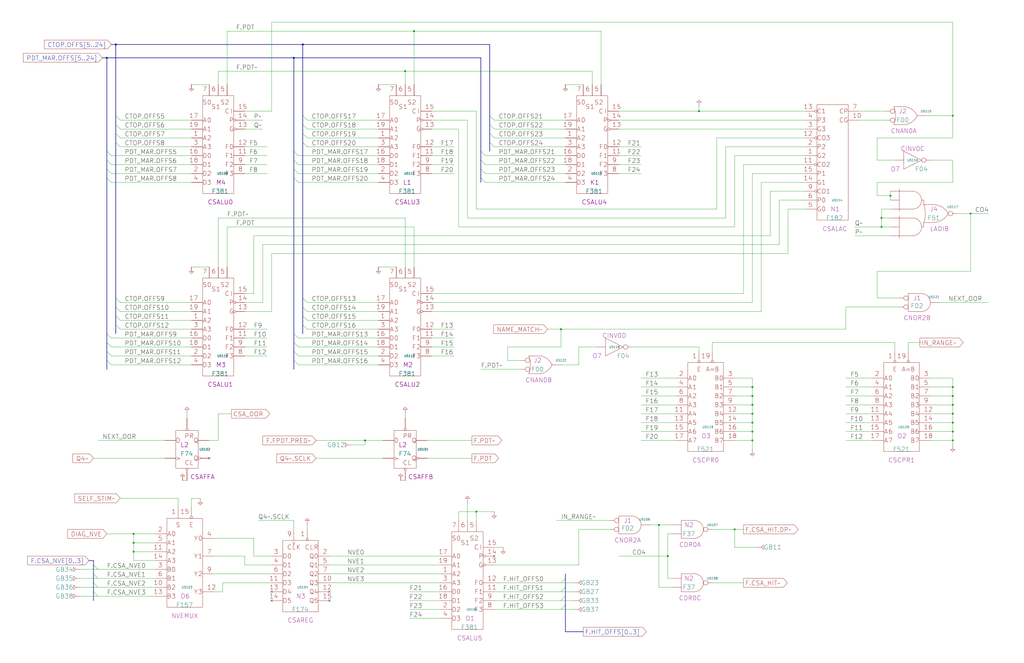
<source format=kicad_sch>
(kicad_sch (version 20211123) (generator eeschema)
  (paper "User" 584.2 378.46)
  (title_block (title "CSA OFFSET COMPARE") (date "20-MAR-90") (rev "1.0") (comment 1 "FIU") (comment 2 "232-003065") (comment 3 "S400") (comment 4 "RELEASED"))
  (bus (pts (xy 167.64 101.6) (xy 167.64 190.5)))
  (bus (pts (xy 167.64 190.5) (xy 167.64 195.58)))
  (bus (pts (xy 167.64 195.58) (xy 167.64 200.66)))
  (bus (pts (xy 167.64 200.66) (xy 167.64 205.74)))
  (bus (pts (xy 167.64 205.74) (xy 167.64 210.82)))
  (bus (pts (xy 167.64 33.02) (xy 167.64 86.36)))
  (bus (pts (xy 167.64 33.02) (xy 60.96 33.02)))
  (bus (pts (xy 167.64 86.36) (xy 167.64 91.44)))
  (bus (pts (xy 167.64 91.44) (xy 167.64 96.52)))
  (bus (pts (xy 167.64 96.52) (xy 167.64 101.6)))
  (bus (pts (xy 172.72 170.18) (xy 172.72 175.26)))
  (bus (pts (xy 172.72 175.26) (xy 172.72 180.34)))
  (bus (pts (xy 172.72 180.34) (xy 172.72 185.42)))
  (bus (pts (xy 172.72 185.42) (xy 172.72 190.5)))
  (bus (pts (xy 172.72 25.4) (xy 172.72 66.04)))
  (bus (pts (xy 172.72 25.4) (xy 66.04 25.4)))
  (bus (pts (xy 172.72 66.04) (xy 172.72 71.12)))
  (bus (pts (xy 172.72 71.12) (xy 172.72 76.2)))
  (bus (pts (xy 172.72 76.2) (xy 172.72 81.28)))
  (bus (pts (xy 172.72 81.28) (xy 172.72 170.18)))
  (bus (pts (xy 274.32 101.6) (xy 274.32 104.14)))
  (bus (pts (xy 274.32 33.02) (xy 167.64 33.02)))
  (bus (pts (xy 274.32 33.02) (xy 274.32 86.36)))
  (bus (pts (xy 274.32 86.36) (xy 274.32 91.44)))
  (bus (pts (xy 274.32 91.44) (xy 274.32 96.52)))
  (bus (pts (xy 274.32 96.52) (xy 274.32 101.6)))
  (bus (pts (xy 279.4 25.4) (xy 172.72 25.4)))
  (bus (pts (xy 279.4 25.4) (xy 279.4 66.04)))
  (bus (pts (xy 279.4 66.04) (xy 279.4 71.12)))
  (bus (pts (xy 279.4 71.12) (xy 279.4 76.2)))
  (bus (pts (xy 279.4 76.2) (xy 279.4 81.28)))
  (bus (pts (xy 279.4 81.28) (xy 279.4 86.36)))
  (bus (pts (xy 322.58 327.66) (xy 322.58 330.2)))
  (bus (pts (xy 322.58 330.2) (xy 322.58 335.28)))
  (bus (pts (xy 322.58 335.28) (xy 322.58 340.36)))
  (bus (pts (xy 322.58 340.36) (xy 322.58 345.44)))
  (bus (pts (xy 322.58 345.44) (xy 322.58 360.68)))
  (bus (pts (xy 322.58 360.68) (xy 332.74 360.68)))
  (bus (pts (xy 50.8 320.04) (xy 53.34 320.04)))
  (bus (pts (xy 53.34 320.04) (xy 53.34 322.58)))
  (bus (pts (xy 53.34 322.58) (xy 53.34 327.66)))
  (bus (pts (xy 53.34 327.66) (xy 53.34 332.74)))
  (bus (pts (xy 53.34 332.74) (xy 53.34 337.82)))
  (bus (pts (xy 53.34 337.82) (xy 53.34 342.9)))
  (bus (pts (xy 58.42 33.02) (xy 60.96 33.02)))
  (bus (pts (xy 60.96 101.6) (xy 60.96 190.5)))
  (bus (pts (xy 60.96 190.5) (xy 60.96 195.58)))
  (bus (pts (xy 60.96 195.58) (xy 60.96 200.66)))
  (bus (pts (xy 60.96 200.66) (xy 60.96 205.74)))
  (bus (pts (xy 60.96 205.74) (xy 60.96 210.82)))
  (bus (pts (xy 60.96 33.02) (xy 60.96 86.36)))
  (bus (pts (xy 60.96 86.36) (xy 60.96 91.44)))
  (bus (pts (xy 60.96 91.44) (xy 60.96 96.52)))
  (bus (pts (xy 60.96 96.52) (xy 60.96 101.6)))
  (bus (pts (xy 63.5 25.4) (xy 66.04 25.4)))
  (bus (pts (xy 66.04 170.18) (xy 66.04 175.26)))
  (bus (pts (xy 66.04 175.26) (xy 66.04 180.34)))
  (bus (pts (xy 66.04 180.34) (xy 66.04 185.42)))
  (bus (pts (xy 66.04 185.42) (xy 66.04 190.5)))
  (bus (pts (xy 66.04 25.4) (xy 66.04 66.04)))
  (bus (pts (xy 66.04 66.04) (xy 66.04 71.12)))
  (bus (pts (xy 66.04 71.12) (xy 66.04 76.2)))
  (bus (pts (xy 66.04 76.2) (xy 66.04 81.28)))
  (bus (pts (xy 66.04 81.28) (xy 66.04 170.18)))
  (wire (pts (xy 101.6 289.56) (xy 101.6 284.48)))
  (wire (pts (xy 104.14 274.32) (xy 106.68 274.32)))
  (wire (pts (xy 106.68 236.22) (xy 106.68 238.76)))
  (wire (pts (xy 109.22 152.4) (xy 119.38 152.4)))
  (wire (pts (xy 109.22 284.48) (xy 114.3 284.48)))
  (wire (pts (xy 109.22 289.56) (xy 109.22 284.48)))
  (wire (pts (xy 109.22 48.26) (xy 119.38 48.26)))
  (wire (pts (xy 119.38 251.46) (xy 124.46 251.46)))
  (wire (pts (xy 121.92 327.66) (xy 154.94 327.66)))
  (wire (pts (xy 124.46 124.46) (xy 124.46 152.4)))
  (wire (pts (xy 124.46 236.22) (xy 132.08 236.22)))
  (wire (pts (xy 124.46 251.46) (xy 124.46 236.22)))
  (wire (pts (xy 124.46 40.64) (xy 124.46 48.26)))
  (wire (pts (xy 127 332.74) (xy 127 337.82)))
  (wire (pts (xy 127 337.82) (xy 121.92 337.82)))
  (wire (pts (xy 129.54 129.54) (xy 129.54 152.4)))
  (wire (pts (xy 129.54 17.78) (xy 129.54 48.26)))
  (wire (pts (xy 139.7 187.96) (xy 152.4 187.96)))
  (wire (pts (xy 139.7 193.04) (xy 152.4 193.04)))
  (wire (pts (xy 139.7 198.12) (xy 152.4 198.12)))
  (wire (pts (xy 139.7 203.2) (xy 152.4 203.2)))
  (wire (pts (xy 139.7 317.5) (xy 121.92 317.5)))
  (wire (pts (xy 139.7 322.58) (xy 139.7 317.5)))
  (wire (pts (xy 139.7 63.5) (xy 154.94 63.5)))
  (wire (pts (xy 139.7 68.58) (xy 149.86 68.58)))
  (wire (pts (xy 139.7 73.66) (xy 149.86 73.66)))
  (wire (pts (xy 139.7 83.82) (xy 152.4 83.82)))
  (wire (pts (xy 139.7 88.9) (xy 152.4 88.9)))
  (wire (pts (xy 139.7 93.98) (xy 152.4 93.98)))
  (wire (pts (xy 139.7 99.06) (xy 152.4 99.06)))
  (wire (pts (xy 144.78 134.62) (xy 144.78 167.64)))
  (wire (pts (xy 144.78 167.64) (xy 139.7 167.64)))
  (wire (pts (xy 144.78 307.34) (xy 121.92 307.34)))
  (wire (pts (xy 144.78 317.5) (xy 144.78 307.34)))
  (wire (pts (xy 147.32 297.18) (xy 167.64 297.18)))
  (wire (pts (xy 149.86 139.7) (xy 149.86 172.72)))
  (wire (pts (xy 149.86 172.72) (xy 139.7 172.72)))
  (wire (pts (xy 154.94 12.7) (xy 543.56 12.7)))
  (wire (pts (xy 154.94 144.78) (xy 154.94 177.8)))
  (wire (pts (xy 154.94 177.8) (xy 139.7 177.8)))
  (wire (pts (xy 154.94 317.5) (xy 144.78 317.5)))
  (wire (pts (xy 154.94 322.58) (xy 139.7 322.58)))
  (wire (pts (xy 154.94 332.74) (xy 127 332.74)))
  (wire (pts (xy 154.94 63.5) (xy 154.94 12.7)))
  (wire (pts (xy 167.64 302.26) (xy 167.64 297.18)))
  (wire (pts (xy 170.18 104.14) (xy 215.9 104.14)))
  (wire (pts (xy 170.18 193.04) (xy 215.9 193.04)))
  (wire (pts (xy 170.18 198.12) (xy 215.9 198.12)))
  (wire (pts (xy 170.18 203.2) (xy 215.9 203.2)))
  (wire (pts (xy 170.18 208.28) (xy 215.9 208.28)))
  (wire (pts (xy 170.18 88.9) (xy 215.9 88.9)))
  (wire (pts (xy 170.18 93.98) (xy 215.9 93.98)))
  (wire (pts (xy 170.18 99.06) (xy 215.9 99.06)))
  (wire (pts (xy 175.26 172.72) (xy 215.9 172.72)))
  (wire (pts (xy 175.26 177.8) (xy 215.9 177.8)))
  (wire (pts (xy 175.26 182.88) (xy 215.9 182.88)))
  (wire (pts (xy 175.26 187.96) (xy 215.9 187.96)))
  (wire (pts (xy 175.26 299.72) (xy 175.26 302.26)))
  (wire (pts (xy 175.26 68.58) (xy 215.9 68.58)))
  (wire (pts (xy 175.26 73.66) (xy 215.9 73.66)))
  (wire (pts (xy 175.26 78.74) (xy 215.9 78.74)))
  (wire (pts (xy 175.26 83.82) (xy 215.9 83.82)))
  (wire (pts (xy 180.34 251.46) (xy 208.28 251.46)))
  (wire (pts (xy 180.34 261.62) (xy 218.44 261.62)))
  (wire (pts (xy 187.96 317.5) (xy 251.46 317.5)))
  (wire (pts (xy 187.96 322.58) (xy 251.46 322.58)))
  (wire (pts (xy 187.96 327.66) (xy 251.46 327.66)))
  (wire (pts (xy 187.96 332.74) (xy 251.46 332.74)))
  (wire (pts (xy 200.66 254) (xy 208.28 254)))
  (wire (pts (xy 208.28 251.46) (xy 218.44 251.46)))
  (wire (pts (xy 208.28 254) (xy 208.28 251.46)))
  (wire (pts (xy 215.9 152.4) (xy 226.06 152.4)))
  (wire (pts (xy 215.9 48.26) (xy 226.06 48.26)))
  (wire (pts (xy 228.6 274.32) (xy 231.14 274.32)))
  (wire (pts (xy 231.14 124.46) (xy 124.46 124.46)))
  (wire (pts (xy 231.14 152.4) (xy 231.14 124.46)))
  (wire (pts (xy 231.14 236.22) (xy 231.14 238.76)))
  (wire (pts (xy 231.14 40.64) (xy 124.46 40.64)))
  (wire (pts (xy 231.14 40.64) (xy 231.14 48.26)))
  (wire (pts (xy 233.68 337.82) (xy 251.46 337.82)))
  (wire (pts (xy 233.68 342.9) (xy 251.46 342.9)))
  (wire (pts (xy 233.68 347.98) (xy 251.46 347.98)))
  (wire (pts (xy 233.68 353.06) (xy 251.46 353.06)))
  (wire (pts (xy 236.22 129.54) (xy 129.54 129.54)))
  (wire (pts (xy 236.22 152.4) (xy 236.22 129.54)))
  (wire (pts (xy 236.22 17.78) (xy 129.54 17.78)))
  (wire (pts (xy 236.22 17.78) (xy 236.22 48.26)))
  (wire (pts (xy 243.84 251.46) (xy 269.24 251.46)))
  (wire (pts (xy 243.84 261.62) (xy 269.24 261.62)))
  (wire (pts (xy 246.38 187.96) (xy 259.08 187.96)))
  (wire (pts (xy 246.38 193.04) (xy 259.08 193.04)))
  (wire (pts (xy 246.38 198.12) (xy 259.08 198.12)))
  (wire (pts (xy 246.38 203.2) (xy 259.08 203.2)))
  (wire (pts (xy 246.38 83.82) (xy 259.08 83.82)))
  (wire (pts (xy 246.38 88.9) (xy 259.08 88.9)))
  (wire (pts (xy 246.38 93.98) (xy 259.08 93.98)))
  (wire (pts (xy 246.38 99.06) (xy 259.08 99.06)))
  (wire (pts (xy 261.62 129.54) (xy 261.62 73.66)))
  (wire (pts (xy 261.62 292.1) (xy 271.78 292.1)))
  (wire (pts (xy 261.62 297.18) (xy 261.62 292.1)))
  (wire (pts (xy 261.62 73.66) (xy 246.38 73.66)))
  (wire (pts (xy 266.7 124.46) (xy 266.7 68.58)))
  (wire (pts (xy 266.7 287.02) (xy 266.7 297.18)))
  (wire (pts (xy 266.7 68.58) (xy 246.38 68.58)))
  (wire (pts (xy 271.78 119.38) (xy 271.78 63.5)))
  (wire (pts (xy 271.78 292.1) (xy 271.78 297.18)))
  (wire (pts (xy 271.78 292.1) (xy 281.94 292.1)))
  (wire (pts (xy 271.78 63.5) (xy 246.38 63.5)))
  (wire (pts (xy 274.32 210.82) (xy 297.18 210.82)))
  (wire (pts (xy 276.86 104.14) (xy 322.58 104.14)))
  (wire (pts (xy 276.86 88.9) (xy 322.58 88.9)))
  (wire (pts (xy 276.86 93.98) (xy 322.58 93.98)))
  (wire (pts (xy 276.86 99.06) (xy 322.58 99.06)))
  (wire (pts (xy 281.94 312.42) (xy 287.02 312.42)))
  (wire (pts (xy 281.94 322.58) (xy 330.2 322.58)))
  (wire (pts (xy 281.94 332.74) (xy 320.04 332.74)))
  (wire (pts (xy 281.94 337.82) (xy 320.04 337.82)))
  (wire (pts (xy 281.94 342.9) (xy 320.04 342.9)))
  (wire (pts (xy 281.94 347.98) (xy 320.04 347.98)))
  (wire (pts (xy 281.94 68.58) (xy 322.58 68.58)))
  (wire (pts (xy 281.94 73.66) (xy 322.58 73.66)))
  (wire (pts (xy 281.94 78.74) (xy 322.58 78.74)))
  (wire (pts (xy 281.94 83.82) (xy 322.58 83.82)))
  (wire (pts (xy 289.56 198.12) (xy 320.04 198.12)))
  (wire (pts (xy 289.56 205.74) (xy 289.56 198.12)))
  (wire (pts (xy 297.18 205.74) (xy 289.56 205.74)))
  (wire (pts (xy 317.5 297.18) (xy 347.98 297.18)))
  (wire (pts (xy 320.04 187.96) (xy 312.42 187.96)))
  (wire (pts (xy 320.04 198.12) (xy 320.04 187.96)))
  (wire (pts (xy 320.04 208.28) (xy 330.2 208.28)))
  (wire (pts (xy 320.04 332.74) (xy 327.66 332.74)))
  (wire (pts (xy 320.04 337.82) (xy 327.66 337.82)))
  (wire (pts (xy 320.04 342.9) (xy 327.66 342.9)))
  (wire (pts (xy 320.04 347.98) (xy 327.66 347.98)))
  (wire (pts (xy 322.58 48.26) (xy 332.74 48.26)))
  (wire (pts (xy 330.2 198.12) (xy 330.2 208.28)))
  (wire (pts (xy 330.2 302.26) (xy 347.98 302.26)))
  (wire (pts (xy 330.2 322.58) (xy 330.2 302.26)))
  (wire (pts (xy 337.82 40.64) (xy 231.14 40.64)))
  (wire (pts (xy 337.82 48.26) (xy 337.82 40.64)))
  (wire (pts (xy 340.36 198.12) (xy 330.2 198.12)))
  (wire (pts (xy 342.9 17.78) (xy 236.22 17.78)))
  (wire (pts (xy 342.9 48.26) (xy 342.9 17.78)))
  (wire (pts (xy 353.06 317.5) (xy 381 317.5)))
  (wire (pts (xy 353.06 63.5) (xy 398.78 63.5)))
  (wire (pts (xy 353.06 68.58) (xy 459.74 68.58)))
  (wire (pts (xy 353.06 73.66) (xy 459.74 73.66)))
  (wire (pts (xy 353.06 83.82) (xy 365.76 83.82)))
  (wire (pts (xy 353.06 88.9) (xy 365.76 88.9)))
  (wire (pts (xy 353.06 93.98) (xy 365.76 93.98)))
  (wire (pts (xy 353.06 99.06) (xy 365.76 99.06)))
  (wire (pts (xy 360.68 198.12) (xy 398.78 198.12)))
  (wire (pts (xy 365.76 215.9) (xy 386.08 215.9)))
  (wire (pts (xy 365.76 220.98) (xy 386.08 220.98)))
  (wire (pts (xy 365.76 226.06) (xy 386.08 226.06)))
  (wire (pts (xy 365.76 231.14) (xy 386.08 231.14)))
  (wire (pts (xy 365.76 236.22) (xy 386.08 236.22)))
  (wire (pts (xy 365.76 241.3) (xy 386.08 241.3)))
  (wire (pts (xy 365.76 246.38) (xy 386.08 246.38)))
  (wire (pts (xy 365.76 251.46) (xy 386.08 251.46)))
  (wire (pts (xy 370.84 299.72) (xy 375.92 299.72)))
  (wire (pts (xy 375.92 299.72) (xy 383.54 299.72)))
  (wire (pts (xy 375.92 335.28) (xy 375.92 299.72)))
  (wire (pts (xy 381 304.8) (xy 383.54 304.8)))
  (wire (pts (xy 381 317.5) (xy 381 304.8)))
  (wire (pts (xy 381 330.2) (xy 381 317.5)))
  (wire (pts (xy 383.54 330.2) (xy 381 330.2)))
  (wire (pts (xy 383.54 335.28) (xy 375.92 335.28)))
  (wire (pts (xy 398.78 198.12) (xy 398.78 200.66)))
  (wire (pts (xy 398.78 60.96) (xy 398.78 63.5)))
  (wire (pts (xy 398.78 63.5) (xy 459.74 63.5)))
  (wire (pts (xy 406.4 195.58) (xy 510.54 195.58)))
  (wire (pts (xy 406.4 200.66) (xy 406.4 195.58)))
  (wire (pts (xy 406.4 302.26) (xy 419.1 302.26)))
  (wire (pts (xy 406.4 332.74) (xy 424.18 332.74)))
  (wire (pts (xy 408.94 119.38) (xy 271.78 119.38)))
  (wire (pts (xy 408.94 78.74) (xy 408.94 119.38)))
  (wire (pts (xy 414.02 124.46) (xy 266.7 124.46)))
  (wire (pts (xy 414.02 83.82) (xy 414.02 124.46)))
  (wire (pts (xy 419.1 129.54) (xy 261.62 129.54)))
  (wire (pts (xy 419.1 215.9) (xy 429.26 215.9)))
  (wire (pts (xy 419.1 220.98) (xy 429.26 220.98)))
  (wire (pts (xy 419.1 226.06) (xy 429.26 226.06)))
  (wire (pts (xy 419.1 231.14) (xy 429.26 231.14)))
  (wire (pts (xy 419.1 236.22) (xy 429.26 236.22)))
  (wire (pts (xy 419.1 241.3) (xy 429.26 241.3)))
  (wire (pts (xy 419.1 246.38) (xy 429.26 246.38)))
  (wire (pts (xy 419.1 251.46) (xy 429.26 251.46)))
  (wire (pts (xy 419.1 302.26) (xy 424.18 302.26)))
  (wire (pts (xy 419.1 312.42) (xy 419.1 302.26)))
  (wire (pts (xy 419.1 88.9) (xy 419.1 129.54)))
  (wire (pts (xy 424.18 167.64) (xy 246.38 167.64)))
  (wire (pts (xy 424.18 93.98) (xy 424.18 167.64)))
  (wire (pts (xy 429.26 172.72) (xy 246.38 172.72)))
  (wire (pts (xy 429.26 215.9) (xy 429.26 220.98)))
  (wire (pts (xy 429.26 220.98) (xy 429.26 226.06)))
  (wire (pts (xy 429.26 226.06) (xy 429.26 231.14)))
  (wire (pts (xy 429.26 231.14) (xy 429.26 236.22)))
  (wire (pts (xy 429.26 236.22) (xy 429.26 241.3)))
  (wire (pts (xy 429.26 241.3) (xy 429.26 246.38)))
  (wire (pts (xy 429.26 246.38) (xy 429.26 251.46)))
  (wire (pts (xy 429.26 251.46) (xy 429.26 256.54)))
  (wire (pts (xy 429.26 99.06) (xy 429.26 172.72)))
  (wire (pts (xy 431.8 312.42) (xy 419.1 312.42)))
  (wire (pts (xy 434.34 104.14) (xy 434.34 177.8)))
  (wire (pts (xy 434.34 177.8) (xy 246.38 177.8)))
  (wire (pts (xy 439.42 109.22) (xy 439.42 134.62)))
  (wire (pts (xy 439.42 134.62) (xy 144.78 134.62)))
  (wire (pts (xy 444.5 114.3) (xy 444.5 139.7)))
  (wire (pts (xy 444.5 139.7) (xy 149.86 139.7)))
  (wire (pts (xy 449.58 119.38) (xy 449.58 144.78)))
  (wire (pts (xy 449.58 144.78) (xy 154.94 144.78)))
  (wire (pts (xy 45.72 325.12) (xy 55.88 325.12)))
  (wire (pts (xy 45.72 330.2) (xy 55.88 330.2)))
  (wire (pts (xy 45.72 335.28) (xy 55.88 335.28)))
  (wire (pts (xy 45.72 340.36) (xy 55.88 340.36)))
  (wire (pts (xy 459.74 104.14) (xy 434.34 104.14)))
  (wire (pts (xy 459.74 109.22) (xy 439.42 109.22)))
  (wire (pts (xy 459.74 114.3) (xy 444.5 114.3)))
  (wire (pts (xy 459.74 119.38) (xy 449.58 119.38)))
  (wire (pts (xy 459.74 78.74) (xy 408.94 78.74)))
  (wire (pts (xy 459.74 83.82) (xy 414.02 83.82)))
  (wire (pts (xy 459.74 88.9) (xy 419.1 88.9)))
  (wire (pts (xy 459.74 93.98) (xy 424.18 93.98)))
  (wire (pts (xy 459.74 99.06) (xy 429.26 99.06)))
  (wire (pts (xy 482.6 175.26) (xy 482.6 187.96)))
  (wire (pts (xy 482.6 187.96) (xy 320.04 187.96)))
  (wire (pts (xy 482.6 215.9) (xy 497.84 215.9)))
  (wire (pts (xy 482.6 220.98) (xy 497.84 220.98)))
  (wire (pts (xy 482.6 226.06) (xy 497.84 226.06)))
  (wire (pts (xy 482.6 231.14) (xy 497.84 231.14)))
  (wire (pts (xy 482.6 236.22) (xy 497.84 236.22)))
  (wire (pts (xy 482.6 241.3) (xy 497.84 241.3)))
  (wire (pts (xy 482.6 246.38) (xy 497.84 246.38)))
  (wire (pts (xy 482.6 251.46) (xy 497.84 251.46)))
  (wire (pts (xy 487.68 129.54) (xy 502.92 129.54)))
  (wire (pts (xy 487.68 134.62) (xy 508 134.62)))
  (wire (pts (xy 490.22 63.5) (xy 505.46 63.5)))
  (wire (pts (xy 490.22 68.58) (xy 505.46 68.58)))
  (wire (pts (xy 500.38 104.14) (xy 500.38 111.76)))
  (wire (pts (xy 500.38 111.76) (xy 508 111.76)))
  (wire (pts (xy 500.38 154.94) (xy 553.72 154.94)))
  (wire (pts (xy 500.38 170.18) (xy 500.38 154.94)))
  (wire (pts (xy 500.38 78.74) (xy 543.56 78.74)))
  (wire (pts (xy 500.38 91.44) (xy 500.38 78.74)))
  (wire (pts (xy 502.92 119.38) (xy 502.92 124.46)))
  (wire (pts (xy 502.92 124.46) (xy 502.92 129.54)))
  (wire (pts (xy 502.92 124.46) (xy 508 124.46)))
  (wire (pts (xy 502.92 129.54) (xy 508 129.54)))
  (wire (pts (xy 508 111.76) (xy 508 109.22)))
  (wire (pts (xy 508 111.76) (xy 508 114.3)))
  (wire (pts (xy 508 119.38) (xy 502.92 119.38)))
  (wire (pts (xy 510.54 195.58) (xy 510.54 200.66)))
  (wire (pts (xy 510.54 91.44) (xy 500.38 91.44)))
  (wire (pts (xy 513.08 170.18) (xy 500.38 170.18)))
  (wire (pts (xy 513.08 175.26) (xy 482.6 175.26)))
  (wire (pts (xy 518.16 195.58) (xy 525.78 195.58)))
  (wire (pts (xy 518.16 200.66) (xy 518.16 195.58)))
  (wire (pts (xy 528.32 66.04) (xy 543.56 66.04)))
  (wire (pts (xy 53.34 261.62) (xy 93.98 261.62)))
  (wire (pts (xy 530.86 215.9) (xy 543.56 215.9)))
  (wire (pts (xy 530.86 220.98) (xy 543.56 220.98)))
  (wire (pts (xy 530.86 226.06) (xy 543.56 226.06)))
  (wire (pts (xy 530.86 231.14) (xy 543.56 231.14)))
  (wire (pts (xy 530.86 236.22) (xy 543.56 236.22)))
  (wire (pts (xy 530.86 241.3) (xy 543.56 241.3)))
  (wire (pts (xy 530.86 246.38) (xy 543.56 246.38)))
  (wire (pts (xy 530.86 251.46) (xy 543.56 251.46)))
  (wire (pts (xy 530.86 91.44) (xy 543.56 91.44)))
  (wire (pts (xy 535.94 172.72) (xy 563.88 172.72)))
  (wire (pts (xy 543.56 104.14) (xy 500.38 104.14)))
  (wire (pts (xy 543.56 12.7) (xy 543.56 66.04)))
  (wire (pts (xy 543.56 215.9) (xy 543.56 220.98)))
  (wire (pts (xy 543.56 220.98) (xy 543.56 226.06)))
  (wire (pts (xy 543.56 226.06) (xy 543.56 231.14)))
  (wire (pts (xy 543.56 231.14) (xy 543.56 236.22)))
  (wire (pts (xy 543.56 236.22) (xy 543.56 241.3)))
  (wire (pts (xy 543.56 241.3) (xy 543.56 246.38)))
  (wire (pts (xy 543.56 246.38) (xy 543.56 251.46)))
  (wire (pts (xy 543.56 251.46) (xy 543.56 254)))
  (wire (pts (xy 543.56 66.04) (xy 543.56 78.74)))
  (wire (pts (xy 543.56 91.44) (xy 543.56 104.14)))
  (wire (pts (xy 546.1 121.92) (xy 553.72 121.92)))
  (wire (pts (xy 55.88 251.46) (xy 93.98 251.46)))
  (wire (pts (xy 55.88 325.12) (xy 88.9 325.12)))
  (wire (pts (xy 55.88 330.2) (xy 88.9 330.2)))
  (wire (pts (xy 55.88 335.28) (xy 88.9 335.28)))
  (wire (pts (xy 55.88 340.36) (xy 88.9 340.36)))
  (wire (pts (xy 553.72 121.92) (xy 563.88 121.92)))
  (wire (pts (xy 553.72 154.94) (xy 553.72 121.92)))
  (wire (pts (xy 60.96 304.8) (xy 76.2 304.8)))
  (wire (pts (xy 63.5 104.14) (xy 109.22 104.14)))
  (wire (pts (xy 63.5 193.04) (xy 109.22 193.04)))
  (wire (pts (xy 63.5 198.12) (xy 109.22 198.12)))
  (wire (pts (xy 63.5 203.2) (xy 109.22 203.2)))
  (wire (pts (xy 63.5 208.28) (xy 109.22 208.28)))
  (wire (pts (xy 63.5 88.9) (xy 109.22 88.9)))
  (wire (pts (xy 63.5 93.98) (xy 109.22 93.98)))
  (wire (pts (xy 63.5 99.06) (xy 109.22 99.06)))
  (wire (pts (xy 68.58 172.72) (xy 109.22 172.72)))
  (wire (pts (xy 68.58 177.8) (xy 109.22 177.8)))
  (wire (pts (xy 68.58 182.88) (xy 109.22 182.88)))
  (wire (pts (xy 68.58 187.96) (xy 109.22 187.96)))
  (wire (pts (xy 68.58 284.48) (xy 101.6 284.48)))
  (wire (pts (xy 68.58 68.58) (xy 109.22 68.58)))
  (wire (pts (xy 68.58 73.66) (xy 109.22 73.66)))
  (wire (pts (xy 68.58 78.74) (xy 109.22 78.74)))
  (wire (pts (xy 68.58 83.82) (xy 109.22 83.82)))
  (wire (pts (xy 76.2 304.8) (xy 88.9 304.8)))
  (wire (pts (xy 76.2 309.88) (xy 76.2 304.8)))
  (wire (pts (xy 76.2 309.88) (xy 88.9 309.88)))
  (wire (pts (xy 76.2 314.96) (xy 76.2 309.88)))
  (wire (pts (xy 76.2 314.96) (xy 88.9 314.96)))
  (wire (pts (xy 76.2 320.04) (xy 76.2 314.96)))
  (wire (pts (xy 88.9 320.04) (xy 76.2 320.04)))
  (symbol (lib_id "r1000:GB") (at 45.72 325.12 0) (mirror y) (unit 1)
    (property "Reference" "GB34" (at 41.91 325.12 0) (effects (font (size 2.54 2.54)) (justify left)))
    (property "Value" "GB" (effects hide))
  )
  (symbol (lib_id "r1000:GB") (at 45.72 330.2 0) (mirror y) (unit 1)
    (property "Reference" "GB35" (at 41.91 330.2 0) (effects (font (size 2.54 2.54)) (justify left)))
    (property "Value" "GB" (effects hide))
  )
  (symbol (lib_id "r1000:GB") (at 45.72 335.28 0) (mirror y) (unit 1)
    (property "Reference" "GB36" (at 41.91 335.28 0) (effects (font (size 2.54 2.54)) (justify left)))
    (property "Value" "GB" (effects hide))
  )
  (symbol (lib_id "r1000:GB") (at 45.72 340.36 0) (mirror y) (unit 1)
    (property "Reference" "GB38" (at 41.91 340.36 0) (effects (font (size 2.54 2.54)) (justify left)))
    (property "Value" "GB" (effects hide))
  )
  (global_label "F.CSA_NVE[0..3]" (shape input) (at 50.8 320.04 180) (effects (font (size 2.54 2.54))) (property "Intersheet References" "${INTERSHEET_REFS}" (at 15.7359 319.8813 0) (effects (font (size 2.54 2.54)) (justify right))))
  (global_label "Q4~" (shape input) (at 53.34 261.62 180) (effects (font (size 2.54 2.54))) (property "Intersheet References" "${INTERSHEET_REFS}" (at 41.6197 261.4613 0) (effects (font (size 2.54 2.54)) (justify right))))
  (bus_entry (at 53.34 322.58) (size 2.54 2.54))
  (bus_entry (at 53.34 327.66) (size 2.54 2.54))
  (bus_entry (at 53.34 332.74) (size 2.54 2.54))
  (bus_entry (at 53.34 337.82) (size 2.54 2.54))
  (global_label "PDT_MAR.OFFS[5..24]" (shape input) (at 58.42 33.02 180) (effects (font (size 2.54 2.54))) (property "Intersheet References" "${INTERSHEET_REFS}" (at 13.3169 32.8613 0) (effects (font (size 2.54 2.54)) (justify right))))
  (label "NEXT_OOR" (at 58.42 251.46 0) (effects (font (size 2.54 2.54))))
  (junction (at 60.96 33.02))
  (bus_entry (at 60.96 86.36) (size 2.54 2.54))
  (bus_entry (at 60.96 91.44) (size 2.54 2.54))
  (bus_entry (at 60.96 96.52) (size 2.54 2.54))
  (bus_entry (at 60.96 101.6) (size 2.54 2.54))
  (bus_entry (at 60.96 190.5) (size 2.54 2.54))
  (bus_entry (at 60.96 195.58) (size 2.54 2.54))
  (bus_entry (at 60.96 200.66) (size 2.54 2.54))
  (bus_entry (at 60.96 205.74) (size 2.54 2.54))
  (global_label "DIAG_NVE" (shape input) (at 60.96 304.8 180) (effects (font (size 2.54 2.54))) (property "Intersheet References" "${INTERSHEET_REFS}" (at 38.5959 304.6413 0) (effects (font (size 2.54 2.54)) (justify right))))
  (label "F.CSA_NVE0" (at 60.96 325.12 0) (effects (font (size 2.54 2.54))))
  (label "F.CSA_NVE1" (at 60.96 330.2 0) (effects (font (size 2.54 2.54))))
  (label "F.CSA_NVE2" (at 60.96 335.28 0) (effects (font (size 2.54 2.54))))
  (label "F.CSA_NVE3" (at 60.96 340.36 0) (effects (font (size 2.54 2.54))))
  (global_label "CTOP.OFFS[5..24]" (shape input) (at 63.5 25.4 180) (effects (font (size 2.54 2.54))) (property "Intersheet References" "${INTERSHEET_REFS}" (at 25.2911 25.2413 0) (effects (font (size 2.54 2.54)) (justify right))))
  (junction (at 66.04 25.4))
  (bus_entry (at 66.04 66.04) (size 2.54 2.54))
  (bus_entry (at 66.04 71.12) (size 2.54 2.54))
  (bus_entry (at 66.04 76.2) (size 2.54 2.54))
  (bus_entry (at 66.04 81.28) (size 2.54 2.54))
  (bus_entry (at 66.04 170.18) (size 2.54 2.54))
  (bus_entry (at 66.04 175.26) (size 2.54 2.54))
  (bus_entry (at 66.04 180.34) (size 2.54 2.54))
  (bus_entry (at 66.04 185.42) (size 2.54 2.54))
  (global_label "SELF_STIM~" (shape input) (at 68.58 284.48 180) (effects (font (size 2.54 2.54))) (property "Intersheet References" "${INTERSHEET_REFS}" (at 42.5873 284.3213 0) (effects (font (size 2.54 2.54)) (justify right))))
  (label "CTOP.OFFS5" (at 71.12 68.58 0) (effects (font (size 2.54 2.54))))
  (label "CTOP.OFFS6" (at 71.12 73.66 0) (effects (font (size 2.54 2.54))))
  (label "CTOP.OFFS7" (at 71.12 78.74 0) (effects (font (size 2.54 2.54))))
  (label "CTOP.OFFS8" (at 71.12 83.82 0) (effects (font (size 2.54 2.54))))
  (label "PDT_MAR.OFFS5" (at 71.12 88.9 0) (effects (font (size 2.54 2.54))))
  (label "PDT_MAR.OFFS6" (at 71.12 93.98 0) (effects (font (size 2.54 2.54))))
  (label "PDT_MAR.OFFS7" (at 71.12 99.06 0) (effects (font (size 2.54 2.54))))
  (label "PDT_MAR.OFFS8" (at 71.12 104.14 0) (effects (font (size 2.54 2.54))))
  (label "CTOP.OFFS9" (at 71.12 172.72 0) (effects (font (size 2.54 2.54))))
  (label "CTOP.OFFS10" (at 71.12 177.8 0) (effects (font (size 2.54 2.54))))
  (label "CTOP.OFFS11" (at 71.12 182.88 0) (effects (font (size 2.54 2.54))))
  (label "CTOP.OFFS12" (at 71.12 187.96 0) (effects (font (size 2.54 2.54))))
  (label "PDT_MAR.OFFS9" (at 71.12 193.04 0) (effects (font (size 2.54 2.54))))
  (label "PDT_MAR.OFFS10" (at 71.12 198.12 0) (effects (font (size 2.54 2.54))))
  (label "PDT_MAR.OFFS11" (at 71.12 203.2 0) (effects (font (size 2.54 2.54))))
  (label "PDT_MAR.OFFS12" (at 71.12 208.28 0) (effects (font (size 2.54 2.54))))
  (junction (at 76.2 304.8))
  (junction (at 76.2 309.88))
  (junction (at 76.2 314.96))
  (symbol (lib_id "r1000:F74") (at 104.14 254 0) (unit 1)
    (property "Reference" "U5102" (at 116.84 256.54 0))
    (property "Value" "F74" (at 102.87 259.08 0) (effects (font (size 2.54 2.54)) (justify left)))
    (property "Location" "L2" (at 102.87 254 0) (effects (font (size 2.54 2.54)) (justify left)))
    (property "Name" "CSAFFA" (at 115.57 273.685 0) (effects (font (size 2.54 2.54)) (justify bottom)))
  )
  (symbol (lib_id "r1000:PU") (at 104.14 274.32 0) (unit 1)
    (property "Reference" "#PWR05103" (effects hide))
    (property "Value" "PU" (effects hide))
  )
  (symbol (lib_id "r1000:F157") (at 104.14 340.36 0) (unit 1)
    (property "Reference" "U5103" (at 106.68 335.28 0))
    (property "Value" "F157" (at 100.33 345.44 0) (effects (font (size 2.54 2.54)) (justify left)))
    (property "Location" "O6" (at 102.87 340.36 0) (effects (font (size 2.54 2.54)) (justify left)))
    (property "Name" "NVEMUX" (at 105.41 353.06 0) (effects (font (size 2.54 2.54)) (justify bottom)))
  )
  (symbol (lib_id "r1000:PU") (at 106.68 236.22 0) (unit 1)
    (property "Reference" "#PWR05104" (effects hide))
    (property "Value" "PU" (effects hide))
  )
  (symbol (lib_id "r1000:PD") (at 109.22 48.26 0) (unit 1) (in_bom no)
    (property "Reference" "#PWR05110" (effects hide))
    (property "Value" "PD" (effects hide))
  )
  (symbol (lib_id "r1000:PD") (at 109.22 152.4 0) (unit 1) (in_bom no)
    (property "Reference" "#PWR05111" (effects hide))
    (property "Value" "PD" (effects hide))
  )
  (symbol (lib_id "r1000:PD") (at 114.3 284.48 0) (unit 1) (in_bom no)
    (property "Reference" "#PWR05105" (effects hide))
    (property "Value" "PD" (effects hide))
  )
  (no_connect (at 119.38 261.62))
  (symbol (lib_id "r1000:F381") (at 124.46 104.14 0) (unit 1)
    (property "Reference" "U5109" (at 127 99.06 0))
    (property "Value" "F381" (at 120.65 109.22 0) (effects (font (size 2.54 2.54)) (justify left)))
    (property "Location" "M4" (at 123.19 104.14 0) (effects (font (size 2.54 2.54)) (justify left)))
    (property "Name" "CSALU0" (at 125.73 116.84 0) (effects (font (size 2.54 2.54)) (justify bottom)))
  )
  (symbol (lib_id "r1000:F381") (at 124.46 208.28 0) (unit 1)
    (property "Reference" "U5110" (at 127 203.2 0))
    (property "Value" "F381" (at 120.65 213.36 0) (effects (font (size 2.54 2.54)) (justify left)))
    (property "Location" "M3" (at 123.19 208.28 0) (effects (font (size 2.54 2.54)) (justify left)))
    (property "Name" "CSALU1" (at 125.73 220.98 0) (effects (font (size 2.54 2.54)) (justify bottom)))
  )
  (label "F.PDT~" (at 129.54 124.46 0) (effects (font (size 2.54 2.54))))
  (global_label "CSA_OOR" (shape output) (at 132.08 236.22 0) (effects (font (size 2.54 2.54))) (property "Intersheet References" "${INTERSHEET_REFS}" (at 153.8393 236.0613 0) (effects (font (size 2.54 2.54)) (justify left))))
  (label "F.PDT" (at 134.62 17.78 0) (effects (font (size 2.54 2.54))))
  (label "F.PDT~" (at 134.62 40.64 0) (effects (font (size 2.54 2.54))))
  (label "F.PDT" (at 134.62 129.54 0) (effects (font (size 2.54 2.54))))
  (label "F5" (at 142.24 83.82 0) (effects (font (size 2.54 2.54))))
  (label "F6" (at 142.24 88.9 0) (effects (font (size 2.54 2.54))))
  (label "F7" (at 142.24 93.98 0) (effects (font (size 2.54 2.54))))
  (label "F8" (at 142.24 99.06 0) (effects (font (size 2.54 2.54))))
  (label "P~" (at 144.78 68.58 0) (effects (font (size 2.54 2.54))))
  (label "Q~" (at 144.78 73.66 0) (effects (font (size 2.54 2.54))))
  (label "F9" (at 144.78 187.96 0) (effects (font (size 2.54 2.54))))
  (label "F10" (at 144.78 193.04 0) (effects (font (size 2.54 2.54))))
  (label "F11" (at 144.78 198.12 0) (effects (font (size 2.54 2.54))))
  (label "F12" (at 144.78 203.2 0) (effects (font (size 2.54 2.54))))
  (label "Q4~.SCLK" (at 147.32 297.18 0) (effects (font (size 2.54 2.54))))
  (no_connect (at 154.94 337.82))
  (no_connect (at 154.94 342.9))
  (junction (at 167.64 33.02))
  (bus_entry (at 167.64 86.36) (size 2.54 2.54))
  (bus_entry (at 167.64 91.44) (size 2.54 2.54))
  (bus_entry (at 167.64 96.52) (size 2.54 2.54))
  (bus_entry (at 167.64 101.6) (size 2.54 2.54))
  (bus_entry (at 167.64 190.5) (size 2.54 2.54))
  (bus_entry (at 167.64 195.58) (size 2.54 2.54))
  (bus_entry (at 167.64 200.66) (size 2.54 2.54))
  (bus_entry (at 167.64 205.74) (size 2.54 2.54))
  (symbol (lib_id "r1000:F174") (at 170.18 340.36 0) (unit 1)
    (property "Reference" "U5104" (at 172.72 335.28 0))
    (property "Value" "F174" (at 166.37 347.98 0) (effects (font (size 2.54 2.54)) (justify left)))
    (property "Location" "N3" (at 168.91 340.36 0) (effects (font (size 2.54 2.54)) (justify left)))
    (property "Name" "CSAREG" (at 171.45 355.6 0) (effects (font (size 2.54 2.54)) (justify bottom)))
  )
  (junction (at 172.72 25.4))
  (bus_entry (at 172.72 66.04) (size 2.54 2.54))
  (bus_entry (at 172.72 71.12) (size 2.54 2.54))
  (bus_entry (at 172.72 76.2) (size 2.54 2.54))
  (bus_entry (at 172.72 81.28) (size 2.54 2.54))
  (bus_entry (at 172.72 170.18) (size 2.54 2.54))
  (bus_entry (at 172.72 175.26) (size 2.54 2.54))
  (bus_entry (at 172.72 180.34) (size 2.54 2.54))
  (bus_entry (at 172.72 185.42) (size 2.54 2.54))
  (symbol (lib_id "r1000:PU") (at 175.26 299.72 0) (unit 1)
    (property "Reference" "#PWR05106" (effects hide))
    (property "Value" "PU" (effects hide))
  )
  (label "CTOP.OFFS17" (at 177.8 68.58 0) (effects (font (size 2.54 2.54))))
  (label "CTOP.OFFS18" (at 177.8 73.66 0) (effects (font (size 2.54 2.54))))
  (label "CTOP.OFFS19" (at 177.8 78.74 0) (effects (font (size 2.54 2.54))))
  (label "CTOP.OFFS20" (at 177.8 83.82 0) (effects (font (size 2.54 2.54))))
  (label "PDT_MAR.OFFS17" (at 177.8 88.9 0) (effects (font (size 2.54 2.54))))
  (label "PDT_MAR.OFFS18" (at 177.8 93.98 0) (effects (font (size 2.54 2.54))))
  (label "PDT_MAR.OFFS19" (at 177.8 99.06 0) (effects (font (size 2.54 2.54))))
  (label "PDT_MAR.OFFS20" (at 177.8 104.14 0) (effects (font (size 2.54 2.54))))
  (label "CTOP.OFFS13" (at 177.8 172.72 0) (effects (font (size 2.54 2.54))))
  (label "CTOP.OFFS14" (at 177.8 177.8 0) (effects (font (size 2.54 2.54))))
  (label "CTOP.OFFS15" (at 177.8 182.88 0) (effects (font (size 2.54 2.54))))
  (label "CTOP.OFFS16" (at 177.8 187.96 0) (effects (font (size 2.54 2.54))))
  (label "PDT_MAR.OFFS13" (at 177.8 193.04 0) (effects (font (size 2.54 2.54))))
  (label "PDT_MAR.OFFS14" (at 177.8 198.12 0) (effects (font (size 2.54 2.54))))
  (label "PDT_MAR.OFFS15" (at 177.8 203.2 0) (effects (font (size 2.54 2.54))))
  (label "PDT_MAR.OFFS16" (at 177.8 208.28 0) (effects (font (size 2.54 2.54))))
  (global_label "F.FPDT.PRED~" (shape input) (at 180.34 251.46 180) (effects (font (size 2.54 2.54))) (property "Intersheet References" "${INTERSHEET_REFS}" (at 149.993 251.3013 0) (effects (font (size 2.54 2.54)) (justify right))))
  (global_label "Q4~.SCLK" (shape input) (at 180.34 261.62 180) (effects (font (size 2.54 2.54))) (property "Intersheet References" "${INTERSHEET_REFS}" (at 157.855 261.4613 0) (effects (font (size 2.54 2.54)) (justify right))))
  (no_connect (at 187.96 337.82))
  (no_connect (at 187.96 342.9))
  (label "NVE0" (at 198.12 317.5 0) (effects (font (size 2.54 2.54))))
  (label "NVE1" (at 198.12 322.58 0) (effects (font (size 2.54 2.54))))
  (label "NVE2" (at 198.12 327.66 0) (effects (font (size 2.54 2.54))))
  (label "NVE3" (at 198.12 332.74 0) (effects (font (size 2.54 2.54))))
  (symbol (lib_id "r1000:GB") (at 200.66 254 0) (mirror y) (unit 1)
    (property "Reference" "GB12" (at 196.85 254 0) (effects (font (size 2.54 2.54)) (justify left)))
    (property "Value" "GB" (effects hide))
  )
  (junction (at 208.28 251.46))
  (symbol (lib_id "r1000:PD") (at 215.9 48.26 0) (unit 1) (in_bom no)
    (property "Reference" "#PWR05112" (effects hide))
    (property "Value" "PD" (effects hide))
  )
  (symbol (lib_id "r1000:PD") (at 215.9 152.4 0) (unit 1) (in_bom no)
    (property "Reference" "#PWR05113" (effects hide))
    (property "Value" "PD" (effects hide))
  )
  (symbol (lib_id "r1000:F74") (at 228.6 254 0) (unit 1)
    (property "Reference" "U5101" (at 241.3 256.54 0))
    (property "Value" "F74" (at 227.33 259.08 0) (effects (font (size 2.54 2.54)) (justify left)))
    (property "Location" "L2" (at 227.33 254 0) (effects (font (size 2.54 2.54)) (justify left)))
    (property "Name" "CSAFFB" (at 240.03 273.685 0) (effects (font (size 2.54 2.54)) (justify bottom)))
  )
  (symbol (lib_id "r1000:PU") (at 228.6 274.32 0) (unit 1)
    (property "Reference" "#PWR05101" (effects hide))
    (property "Value" "PU" (effects hide))
  )
  (junction (at 231.14 40.64))
  (symbol (lib_id "r1000:F381") (at 231.14 104.14 0) (unit 1)
    (property "Reference" "U5111" (at 233.68 99.06 0))
    (property "Value" "F381" (at 227.33 109.22 0) (effects (font (size 2.54 2.54)) (justify left)))
    (property "Location" "L1" (at 229.87 104.14 0) (effects (font (size 2.54 2.54)) (justify left)))
    (property "Name" "CSALU3" (at 232.41 116.84 0) (effects (font (size 2.54 2.54)) (justify bottom)))
  )
  (symbol (lib_id "r1000:F381") (at 231.14 208.28 0) (unit 1)
    (property "Reference" "U5112" (at 233.68 203.2 0))
    (property "Value" "F381" (at 227.33 213.36 0) (effects (font (size 2.54 2.54)) (justify left)))
    (property "Location" "M2" (at 229.87 208.28 0) (effects (font (size 2.54 2.54)) (justify left)))
    (property "Name" "CSALU2" (at 232.41 220.98 0) (effects (font (size 2.54 2.54)) (justify bottom)))
  )
  (symbol (lib_id "r1000:PU") (at 231.14 236.22 0) (unit 1)
    (property "Reference" "#PWR05102" (effects hide))
    (property "Value" "PU" (effects hide))
  )
  (label "F21" (at 233.68 337.82 0) (effects (font (size 2.54 2.54))))
  (label "F22" (at 233.68 342.9 0) (effects (font (size 2.54 2.54))))
  (label "F23" (at 233.68 347.98 0) (effects (font (size 2.54 2.54))))
  (label "F24" (at 233.68 353.06 0) (effects (font (size 2.54 2.54))))
  (junction (at 236.22 17.78))
  (label "F17" (at 251.46 83.82 0) (effects (font (size 2.54 2.54))))
  (label "F18" (at 251.46 88.9 0) (effects (font (size 2.54 2.54))))
  (label "F19" (at 251.46 93.98 0) (effects (font (size 2.54 2.54))))
  (label "F20" (at 251.46 99.06 0) (effects (font (size 2.54 2.54))))
  (label "F13" (at 251.46 187.96 0) (effects (font (size 2.54 2.54))))
  (label "F14" (at 251.46 193.04 0) (effects (font (size 2.54 2.54))))
  (label "F15" (at 251.46 198.12 0) (effects (font (size 2.54 2.54))))
  (label "F16" (at 251.46 203.2 0) (effects (font (size 2.54 2.54))))
  (symbol (lib_id "r1000:PU") (at 266.7 287.02 0) (unit 1)
    (property "Reference" "#PWR05107" (effects hide))
    (property "Value" "PU" (effects hide))
  )
  (symbol (lib_id "r1000:F381") (at 266.7 353.06 0) (unit 1)
    (property "Reference" "U5105" (at 269.24 347.98 0))
    (property "Value" "F381" (at 262.89 358.14 0) (effects (font (size 2.54 2.54)) (justify left)))
    (property "Location" "O1" (at 265.43 353.06 0) (effects (font (size 2.54 2.54)) (justify left)))
    (property "Name" "CSALU5" (at 267.97 365.76 0) (effects (font (size 2.54 2.54)) (justify bottom)))
  )
  (global_label "F.PDT~" (shape output) (at 269.24 251.46 0) (effects (font (size 2.54 2.54))) (property "Intersheet References" "${INTERSHEET_REFS}" (at 286.2822 251.3013 0) (effects (font (size 2.54 2.54)) (justify left))))
  (global_label "F.PDT" (shape output) (at 269.24 261.62 0) (effects (font (size 2.54 2.54))) (property "Intersheet References" "${INTERSHEET_REFS}" (at 284.4679 261.4613 0) (effects (font (size 2.54 2.54)) (justify left))))
  (junction (at 271.78 292.1))
  (bus_entry (at 274.32 86.36) (size 2.54 2.54))
  (bus_entry (at 274.32 91.44) (size 2.54 2.54))
  (bus_entry (at 274.32 96.52) (size 2.54 2.54))
  (bus_entry (at 274.32 101.6) (size 2.54 2.54))
  (label "F.PDT~" (at 274.32 210.82 0) (effects (font (size 2.54 2.54))))
  (bus_entry (at 279.4 66.04) (size 2.54 2.54))
  (bus_entry (at 279.4 71.12) (size 2.54 2.54))
  (bus_entry (at 279.4 76.2) (size 2.54 2.54))
  (bus_entry (at 279.4 81.28) (size 2.54 2.54))
  (symbol (lib_id "r1000:PD") (at 281.94 292.1 0) (unit 1) (in_bom no)
    (property "Reference" "#PWR05108" (effects hide))
    (property "Value" "PD" (effects hide))
  )
  (no_connect (at 281.94 317.5))
  (label "CTOP.OFFS21" (at 284.48 68.58 0) (effects (font (size 2.54 2.54))))
  (label "CTOP.OFFS22" (at 284.48 73.66 0) (effects (font (size 2.54 2.54))))
  (label "CTOP.OFFS23" (at 284.48 78.74 0) (effects (font (size 2.54 2.54))))
  (label "CTOP.OFFS24" (at 284.48 83.82 0) (effects (font (size 2.54 2.54))))
  (label "PDT_MAR.OFFS21" (at 284.48 88.9 0) (effects (font (size 2.54 2.54))))
  (label "PDT_MAR.OFFS22" (at 284.48 93.98 0) (effects (font (size 2.54 2.54))))
  (label "PDT_MAR.OFFS23" (at 284.48 99.06 0) (effects (font (size 2.54 2.54))))
  (label "PDT_MAR.OFFS24" (at 284.48 104.14 0) (effects (font (size 2.54 2.54))))
  (symbol (lib_id "r1000:PD") (at 287.02 312.42 0) (unit 1) (in_bom no)
    (property "Reference" "#PWR05109" (effects hide))
    (property "Value" "PD" (effects hide))
  )
  (label "F.HIT_OFFS0" (at 287.02 332.74 0) (effects (font (size 2.54 2.54))))
  (label "F.HIT_OFFS1" (at 287.02 337.82 0) (effects (font (size 2.54 2.54))))
  (label "F.HIT_OFFS2" (at 287.02 342.9 0) (effects (font (size 2.54 2.54))))
  (label "F.HIT_OFFS3" (at 287.02 347.98 0) (effects (font (size 2.54 2.54))))
  (symbol (lib_id "r1000:F00") (at 304.8 205.74 0) (unit 1) (convert 2)
    (property "Reference" "U5122" (at 320.04 205.74 0))
    (property "Value" "F00" (at 306.705 210.82 0) (effects (font (size 2.54 2.54))))
    (property "Location" "J2" (at 306.705 205.74 0) (effects (font (size 2.54 2.54))))
    (property "Name" "CNAN0B" (at 307.34 218.44 0) (effects (font (size 2.54 2.54)) (justify bottom)))
  )
  (global_label "NAME_MATCH~" (shape input) (at 312.42 187.96 180) (effects (font (size 2.54 2.54))) (property "Intersheet References" "${INTERSHEET_REFS}" (at 281.5892 187.8013 0) (effects (font (size 2.54 2.54)) (justify right))))
  (junction (at 320.04 187.96))
  (label "IN_RANGE~" (at 320.04 297.18 0) (effects (font (size 2.54 2.54))))
  (symbol (lib_id "r1000:PD") (at 322.58 48.26 0) (unit 1) (in_bom no)
    (property "Reference" "#PWR05114" (effects hide))
    (property "Value" "PD" (effects hide))
  )
  (bus_entry (at 322.58 330.2) (size -2.54 2.54))
  (bus_entry (at 322.58 335.28) (size -2.54 2.54))
  (bus_entry (at 322.58 340.36) (size -2.54 2.54))
  (bus_entry (at 322.58 345.44) (size -2.54 2.54))
  (symbol (lib_id "r1000:GB") (at 327.66 332.74 0) (unit 1)
    (property "Reference" "GB23" (at 331.47 332.74 0) (effects (font (size 2.54 2.54)) (justify left)))
    (property "Value" "GB" (effects hide))
  )
  (symbol (lib_id "r1000:GB") (at 327.66 337.82 0) (unit 1)
    (property "Reference" "GB27" (at 331.47 337.82 0) (effects (font (size 2.54 2.54)) (justify left)))
    (property "Value" "GB" (effects hide))
  )
  (symbol (lib_id "r1000:GB") (at 327.66 342.9 0) (unit 1)
    (property "Reference" "GB33" (at 331.47 342.9 0) (effects (font (size 2.54 2.54)) (justify left)))
    (property "Value" "GB" (effects hide))
  )
  (symbol (lib_id "r1000:GB") (at 327.66 347.98 0) (unit 1)
    (property "Reference" "GB37" (at 331.47 347.98 0) (effects (font (size 2.54 2.54)) (justify left)))
    (property "Value" "GB" (effects hide))
  )
  (global_label "F.HIT_OFFS[0..3]" (shape output) (at 332.74 360.68 0) (effects (font (size 2.54 2.54))) (property "Intersheet References" "${INTERSHEET_REFS}" (at 368.7717 360.5213 0) (effects (font (size 2.54 2.54)) (justify left))))
  (symbol (lib_id "r1000:F381") (at 337.82 104.14 0) (unit 1)
    (property "Reference" "U5113" (at 340.36 99.06 0))
    (property "Value" "F381" (at 334.01 109.22 0) (effects (font (size 2.54 2.54)) (justify left)))
    (property "Location" "K1" (at 336.55 104.14 0) (effects (font (size 2.54 2.54)) (justify left)))
    (property "Name" "CSALU4" (at 339.09 116.84 0) (effects (font (size 2.54 2.54)) (justify bottom)))
  )
  (symbol (lib_id "r1000:F04") (at 350.52 198.12 0) (unit 1)
    (property "Reference" "U5118" (at 350.52 198.12 0))
    (property "Value" "F04" (at 351.79 203.2 0) (effects (font (size 2.54 2.54)) (justify left)))
    (property "Location" "O7" (at 337.82 203.2 0) (effects (font (size 2.54 2.54)) (justify left)))
    (property "Name" "CINV0D" (at 350.52 193.04 0) (effects (font (size 2.54 2.54)) (justify bottom)))
  )
  (symbol (lib_id "r1000:F02") (at 355.6 297.18 0) (unit 1) (convert 2)
    (property "Reference" "U5106" (at 367.76 296.545 0))
    (property "Value" "F02" (at 354.33 301.625 0) (effects (font (size 2.54 2.54)) (justify left)))
    (property "Location" "J1" (at 358.14 297.18 0) (effects (font (size 2.54 2.54))))
    (property "Name" "CNOR2A" (at 358.14 309.88 0) (effects (font (size 2.54 2.54)) (justify bottom)))
  )
  (label "F21" (at 358.14 83.82 0) (effects (font (size 2.54 2.54))))
  (label "F22" (at 358.14 88.9 0) (effects (font (size 2.54 2.54))))
  (label "F23" (at 358.14 93.98 0) (effects (font (size 2.54 2.54))))
  (label "F24" (at 358.14 99.06 0) (effects (font (size 2.54 2.54))))
  (label "CO4" (at 360.68 317.5 0) (effects (font (size 2.54 2.54))))
  (label "F13" (at 368.3 215.9 0) (effects (font (size 2.54 2.54))))
  (label "F14" (at 368.3 220.98 0) (effects (font (size 2.54 2.54))))
  (label "F15" (at 368.3 226.06 0) (effects (font (size 2.54 2.54))))
  (label "F16" (at 368.3 231.14 0) (effects (font (size 2.54 2.54))))
  (label "F17" (at 368.3 236.22 0) (effects (font (size 2.54 2.54))))
  (label "F18" (at 368.3 241.3 0) (effects (font (size 2.54 2.54))))
  (label "F19" (at 368.3 246.38 0) (effects (font (size 2.54 2.54))))
  (label "F20" (at 368.3 251.46 0) (effects (font (size 2.54 2.54))))
  (junction (at 375.92 299.72))
  (junction (at 381 317.5))
  (symbol (lib_id "r1000:F37") (at 391.16 299.72 0) (unit 1)
    (property "Reference" "U5107" (at 406.4 299.72 0))
    (property "Value" "F37" (at 393.065 304.8 0) (effects (font (size 2.54 2.54))))
    (property "Location" "N2" (at 393.065 299.72 0) (effects (font (size 2.54 2.54))))
    (property "Name" "CDR0A" (at 393.7 312.42 0) (effects (font (size 2.54 2.54)) (justify bottom)))
  )
  (symbol (lib_id "r1000:F37") (at 391.16 330.2 0) (unit 1)
    (property "Reference" "U5108" (at 406.4 330.2 0))
    (property "Value" "F37" (at 393.065 335.28 0) (effects (font (size 2.54 2.54))))
    (property "Location" "N2" (at 393.065 330.2 0) (effects (font (size 2.54 2.54))))
    (property "Name" "CDR0C" (at 393.7 342.9 0) (effects (font (size 2.54 2.54)) (justify bottom)))
  )
  (symbol (lib_id "r1000:PU") (at 398.78 60.96 0) (unit 1)
    (property "Reference" "#PWR0183" (effects hide))
    (property "Value" "PU" (effects hide))
  )
  (junction (at 398.78 63.5))
  (symbol (lib_id "r1000:F521") (at 401.32 248.92 0) (unit 1)
    (property "Reference" "U5119" (at 403.86 243.84 0))
    (property "Value" "F521" (at 397.51 256.54 0) (effects (font (size 2.54 2.54)) (justify left)))
    (property "Location" "O3" (at 400.05 248.92 0) (effects (font (size 2.54 2.54)) (justify left)))
    (property "Name" "CSCPR0" (at 402.59 264.16 0) (effects (font (size 2.54 2.54)) (justify bottom)))
  )
  (junction (at 419.1 302.26))
  (global_label "F.CSA_HIT.DP~" (shape output) (at 424.18 302.26 0) (effects (font (size 2.54 2.54))) (property "Intersheet References" "${INTERSHEET_REFS}" (at 455.3736 302.1013 0) (effects (font (size 2.54 2.54)) (justify left))))
  (global_label "F.CSA_HIT~" (shape output) (at 424.18 332.74 0) (effects (font (size 2.54 2.54))) (property "Intersheet References" "${INTERSHEET_REFS}" (at 449.0841 332.5813 0) (effects (font (size 2.54 2.54)) (justify left))))
  (junction (at 429.26 220.98))
  (junction (at 429.26 226.06))
  (junction (at 429.26 231.14))
  (junction (at 429.26 236.22))
  (junction (at 429.26 241.3))
  (junction (at 429.26 246.38))
  (junction (at 429.26 251.46))
  (symbol (lib_id "r1000:PD") (at 429.26 256.54 0) (unit 1) (in_bom no)
    (property "Reference" "#PWR05115" (effects hide))
    (property "Value" "PD" (effects hide))
  )
  (symbol (lib_id "r1000:GB") (at 431.8 312.42 0) (unit 1)
    (property "Reference" "GB11" (at 435.61 312.42 0) (effects (font (size 2.54 2.54)) (justify left)))
    (property "Value" "GB" (effects hide))
  )
  (symbol (lib_id "r1000:F182") (at 474.98 119.38 0) (unit 1)
    (property "Reference" "U5114" (at 477.52 114.3 0))
    (property "Value" "F182" (at 471.17 124.46 0) (effects (font (size 2.54 2.54)) (justify left)))
    (property "Location" "N1" (at 473.71 119.38 0) (effects (font (size 2.54 2.54)) (justify left)))
    (property "Name" "CSALAC" (at 476.25 132.08 0) (effects (font (size 2.54 2.54)) (justify bottom)))
  )
  (label "F5" (at 485.14 215.9 0) (effects (font (size 2.54 2.54))))
  (label "F6" (at 485.14 220.98 0) (effects (font (size 2.54 2.54))))
  (label "F7" (at 485.14 226.06 0) (effects (font (size 2.54 2.54))))
  (label "F8" (at 485.14 231.14 0) (effects (font (size 2.54 2.54))))
  (label "F9" (at 485.14 236.22 0) (effects (font (size 2.54 2.54))))
  (label "F10" (at 485.14 241.3 0) (effects (font (size 2.54 2.54))))
  (label "F11" (at 485.14 246.38 0) (effects (font (size 2.54 2.54))))
  (label "F12" (at 485.14 251.46 0) (effects (font (size 2.54 2.54))))
  (label "Q~" (at 487.68 129.54 0) (effects (font (size 2.54 2.54))))
  (label "P~" (at 487.68 134.62 0) (effects (font (size 2.54 2.54))))
  (junction (at 502.92 124.46))
  (junction (at 502.92 129.54))
  (junction (at 508 111.76))
  (symbol (lib_id "r1000:F00") (at 513.08 63.5 0) (unit 1) (convert 2)
    (property "Reference" "U5115" (at 528.32 63.5 0))
    (property "Value" "F00" (at 514.985 68.58 0) (effects (font (size 2.54 2.54))))
    (property "Location" "J2" (at 514.985 63.5 0) (effects (font (size 2.54 2.54))))
    (property "Name" "CNAN0A" (at 515.62 76.2 0) (effects (font (size 2.54 2.54)) (justify bottom)))
  )
  (symbol (lib_id "r1000:F521") (at 513.08 248.92 0) (unit 1)
    (property "Reference" "U5120" (at 515.62 243.84 0))
    (property "Value" "F521" (at 509.27 256.54 0) (effects (font (size 2.54 2.54)) (justify left)))
    (property "Location" "O2" (at 511.81 248.92 0) (effects (font (size 2.54 2.54)) (justify left)))
    (property "Name" "CSCPR1" (at 514.35 264.16 0) (effects (font (size 2.54 2.54)) (justify bottom)))
  )
  (symbol (lib_id "r1000:F04") (at 520.7 91.44 0) (unit 1)
    (property "Reference" "U5116" (at 520.7 91.44 0))
    (property "Value" "F04" (at 521.97 96.52 0) (effects (font (size 2.54 2.54)) (justify left)))
    (property "Location" "O7" (at 508 96.52 0) (effects (font (size 2.54 2.54)) (justify left)))
    (property "Name" "CINV0C" (at 520.7 86.36 0) (effects (font (size 2.54 2.54)) (justify bottom)))
  )
  (symbol (lib_id "r1000:F02") (at 520.7 170.18 0) (unit 1) (convert 2)
    (property "Reference" "U5121" (at 532.86 169.545 0))
    (property "Value" "F02" (at 519.43 174.625 0) (effects (font (size 2.54 2.54)) (justify left)))
    (property "Location" "J1" (at 523.24 170.18 0) (effects (font (size 2.54 2.54))))
    (property "Name" "CNOR2B" (at 523.24 182.88 0) (effects (font (size 2.54 2.54)) (justify bottom)))
  )
  (global_label "IN_RANGE~" (shape output) (at 524.8114 195.58 0) (effects (font (size 2.54 2.54))) (property "Intersheet References" "${INTERSHEET_REFS}" (at 549.4736 195.4213 0) (effects (font (size 2.54 2.54)) (justify left))))
  (symbol (lib_id "r1000:F51") (at 530.86 119.38 0) (unit 1)
    (property "Reference" "U5117" (at 543.56 118.11 0))
    (property "Value" "F51" (at 532.765 124.46 0) (effects (font (size 2.54 2.54))))
    (property "Location" "J4" (at 532.765 119.38 0) (effects (font (size 2.54 2.54))))
    (property "Name" "LAOIB" (at 535.94 132.08 0) (effects (font (size 2.54 2.54)) (justify bottom)))
  )
  (label "NEXT_OOR" (at 541.02 172.72 0) (effects (font (size 2.54 2.54))))
  (junction (at 543.56 66.04))
  (junction (at 543.56 220.98))
  (junction (at 543.56 226.06))
  (junction (at 543.56 231.14))
  (junction (at 543.56 236.22))
  (junction (at 543.56 241.3))
  (junction (at 543.56 246.38))
  (junction (at 543.56 251.46))
  (symbol (lib_id "r1000:PD") (at 543.56 254 0) (unit 1) (in_bom no)
    (property "Reference" "#PWR05116" (effects hide))
    (property "Value" "PD" (effects hide))
  )
  (junction (at 553.72 121.92))
  (label "CO4" (at 556.26 121.92 0) (effects (font (size 2.54 2.54))))
)
</source>
